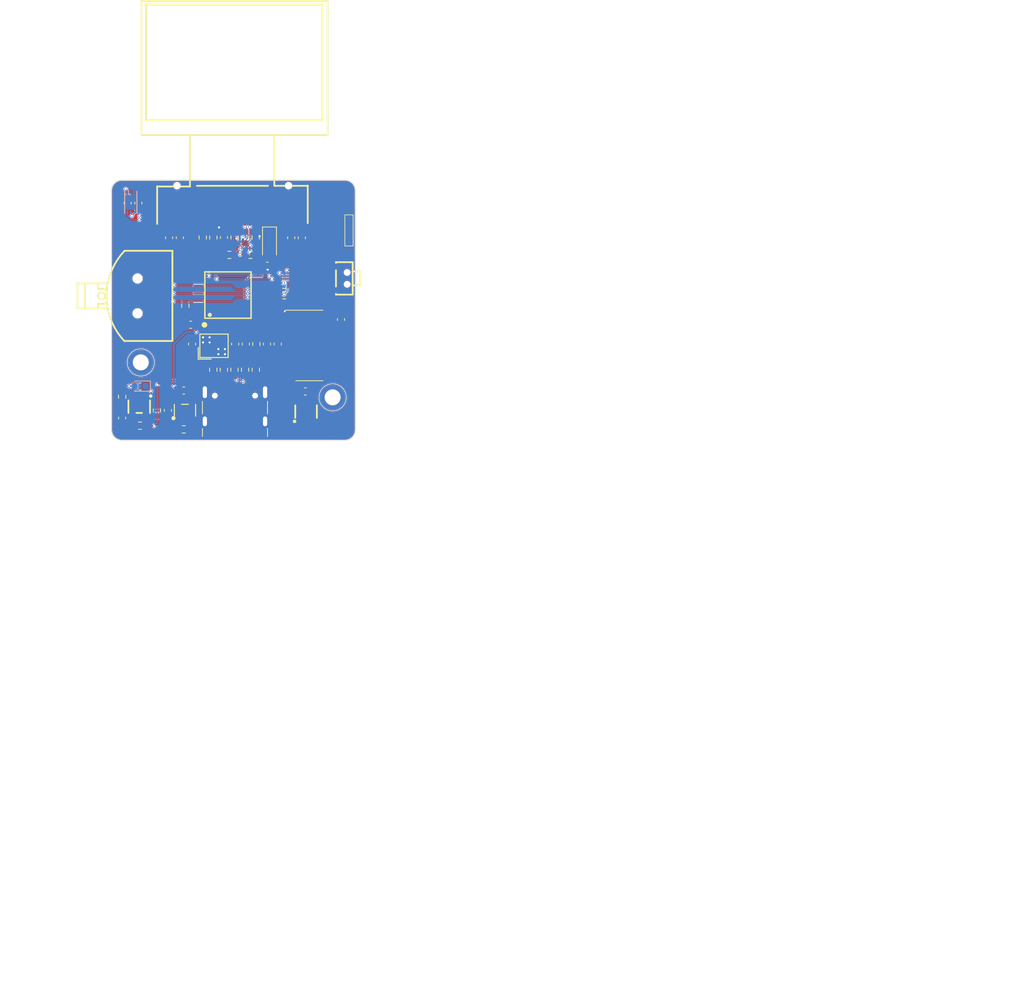
<source format=kicad_pcb>
(kicad_pcb (version 20221018) (generator pcbnew)
  (layers (0 "F.Cu" signal) (31 "B.Cu" signal) (34 "B.Paste" user) (35 "F.Paste" user) (36 "B.SilkS" user "B.Silkscreen") (37 "F.SilkS" user "F.Silkscreen") (38 "B.Mask" user) (39 "F.Mask" user) (44 "Edge.Cuts" user))
  (net 0 "")
  (net 1 "+5V")
  (net 5 "GND")
  (net 6 "+3.3V")
  (net 7 "Net-(U3-DVI)")
  (net 8 "Net-(OLED1-C2N)")
  (net 9 "Net-(OLED1-C2P)")
  (net 12 "Net-(U2-V3)")
  (net 13 "/UART3_TX")
  (net 18 "/SW_Enter")
  (net 19 "Net-(OLED1-C1N)")
  (net 20 "Net-(OLED1-C1P)")
  (net 21 "Net-(D1-A)")
  (net 22 "Net-(OLED1-VCOMH)")
  (net 23 "Net-(OLED1-VCC)")
  (net 24 "Net-(OLED1-BS0)")
  (net 32 "Net-(OLED1-BS1)")
  (net 35 "Net-(OLED1-D{slash}C#)")
  (net 42 "/OLED_SCL")
  (net 45 "/OLED_SDA")
  (net 46 "Net-(U1-BOOT)")
  (net 47 "/SW_Down")
  (net 48 "/SW_UP")
  (net 49 "Net-(U1-PF0-OSC_IN)")
  (net 50 "Net-(U1-PF1-OSC_OUT)")
  (net 51 "/NRST")
  (net 52 "/BH1750_SCL")
  (net 53 "/BH1750_SDA")
  (net 54 "/SWDIO")
  (net 55 "/SWCLK")
  (net 57 "Net-(U4-VCC)")
  (net 58 "+BATT")
  (net 59 "Net-(U5-KEY)")
  (net 60 "Net-(U4-PROG)")
  (net 61 "Net-(D2-K)")
  (net 62 "/BAT_EN")
  (net 66 "Net-(D2-A)")
  (net 67 "Net-(J1-CC1)")
  (net 68 "Net-(J1-D+-PadA6)")
  (net 69 "Net-(J1-D--PadA7)")
  (net 71 "Net-(J1-CC2)")
  (net 73 "/USB_DN")
  (net 74 "/USB_DP")
  (net 75 "/UART3_RX")
  (footprint "kicad_lceda:SW-SMD_TM-2022-3" (layer "F.Cu") (at 33.488 99.0175 90)
    (fp_text reference "SW1" hide)
    (fp_text value "TM-2022-3" hide)
  )
  (footprint "Resistor_SMD:R_0603_1608Metric" (layer "F.Cu") (at 44.44 109.605 90)
    (fp_text reference "R11" hide)
    (fp_text value "5K1" hide)
  )
  (footprint "Resistor_SMD:R_0603_1608Metric" (layer "F.Cu") (at 49.1 105.92 90)
    (fp_text reference "R16" hide)
    (fp_text value "1KR" hide)
  )
  (footprint "Resistor_SMD:R_0603_1608Metric" (layer "F.Cu") (at 32.41 117.64 180)
    (fp_text reference "R9" hide)
    (fp_text value "1R" hide)
  )
  (footprint "Capacitor_SMD:C_0603_1608Metric" (layer "F.Cu") (at 36.59 90.67 90)
    (fp_text reference "C7" hide)
    (fp_text value "1uF" hide)
  )
  (footprint "Resistor_SMD:R_0603_1608Metric" (layer "F.Cu") (at 45.225 93.13)
    (fp_text reference "R20" hide)
    (fp_text value "4K7" hide)
  )
  (footprint "Resistor_SMD:R_0603_1608Metric" (layer "F.Cu") (at 34.835 115.45 90)
    (fp_text reference "R7" hide)
    (fp_text value "1K6" hide)
  )
  (footprint "Capacitor_SMD:C_0603_1608Metric" (layer "F.Cu") (at 32.17 85.693 90)
    (fp_text reference "C5" hide)
    (fp_text value "0.1uF" hide)
  )
  (footprint "Capacitor_SMD:C_0603_1608Metric" (layer "F.Cu") (at 29.85 116.545 90)
    (fp_text reference "C15" hide)
    (fp_text value "1uF" hide)
  )
  (footprint "Resistor_SMD:R_0603_1608Metric" (layer "F.Cu") (at 45.97 90.63 90)
    (fp_text reference "R2" hide)
    (fp_text value "4K7" hide)
  )
  (footprint "Capacitor_SMD:C_0603_1608Metric" (layer "F.Cu") (at 52.16 105.92 90)
    (fp_text reference "C1" hide)
    (fp_text value "0.1uF" hide)
  )
  (footprint "Resistor_SMD:R_0603_1608Metric" (layer "F.Cu") (at 42.92 109.605 90)
    (fp_text reference "R15" hide)
    (fp_text value "1MR" hide)
  )
  (footprint "Capacitor_SMD:C_0603_1608Metric" (layer "F.Cu") (at 44.45 90.63 -90)
    (fp_text reference "C9" hide)
    (fp_text value "4.7uF" hide)
  )
  (footprint "Capacitor_SMD:C_0603_1608Metric" (layer "F.Cu") (at 30.63 85.693 90)
    (fp_text reference "C6" hide)
    (fp_text value "0.1uF" hide)
  )
  (footprint "kicad_lceda:SW-SMD_2X4X3.5MM" (layer "F.Cu") (at 62.12 96.5 -90)
    (fp_text reference "SW2" hide)
    (fp_text value "Power_KEY" hide)
  )
  (footprint "Resistor_SMD:R_0603_1608Metric" (layer "F.Cu") (at 41.41 90.63 90)
    (fp_text reference "R3" hide)
    (fp_text value "4K7" hide)
  )
  (footprint "Resistor_SMD:R_0603_1608Metric" (layer "F.Cu") (at 42.93 90.63 90)
    (fp_text reference "R4" hide)
    (fp_text value "4K7" hide)
  )
  (footprint "kicad_lceda:SOT-23-5_L3.0-W1.7-P0.95-LS2.8-BL" (layer "F.Cu") (at 38.86 115.41925)
    (fp_text reference "U6" hide)
    (fp_text value "RT9013-33GB" hide)
  )
  (footprint "Resistor_SMD:R_0603_1608Metric" (layer "F.Cu") (at 45.96 109.605 90)
    (fp_text reference "R14" hide)
    (fp_text value "22R" hide)
  )
  (footprint "Resistor_SMD:R_0603_1608Metric" (layer "F.Cu") (at 53.105 97.41 180)
    (fp_text reference "R18" hide)
    (fp_text value "4K7" hide)
  )
  (footprint "Capacitor_SMD:C_0603_1608Metric" (layer "F.Cu") (at 38.6855 112.6 180)
    (fp_text reference "C19" hide)
    (fp_text value "1uF" hide)
  )
  (footprint "kicad_lceda:LQFP-48_L7.0-W7.0-P0.50-LS9.0-BL" (layer "F.Cu") (at 45.04 98.905)
    (fp_text reference "U1" hide)
    (fp_text value "CW32F030C8T6" hide)
  )
  (footprint "Resistor_SMD:R_0603_1608Metric" (layer "F.Cu") (at 53.105 98.93 180)
    (fp_text reference "R17" hide)
    (fp_text value "4K7" hide)
  )
  (footprint "MountingHole:MountingHole_2.2mm_M2_DIN965_Pad_TopBottom" (layer "F.Cu") (at 32.52 108.56)
    (fp_text reference "REF**" hide)
    (fp_text value "MountingHole_2.2mm_M2_DIN965_Pad_TopBottom" hide)
  )
  (footprint "kicad_lceda:SOT-23-5_L3.0-W1.7-P0.95-LS2.8-BR" (layer "F.Cu") (at 32.296 114.91 90)
    (fp_text reference "U4" hide)
    (fp_text value "TP4055" hide)
  )
  (footprint "Capacitor_SMD:C_0603_1608Metric" (layer "F.Cu") (at 55.62 90.68 90)
    (fp_text reference "C11" hide)
    (fp_text value "2.2uF" hide)
  )
  (footprint "Package_SO:SOIC-16_3.9x9.9mm_P1.27mm" (layer "F.Cu") (at 56.705 106.125)
    (fp_text reference "U2" hide)
    (fp_text value "CH340C" hide)
  )
  (footprint "Capacitor_SMD:C_0603_1608Metric" (layer "F.Cu") (at 36.41 115.44 -90)
    (fp_text reference "C18" hide)
    (fp_text value "1uF" hide)
  )
  (footprint "Capacitor_SMD:C_0603_1608Metric" (layer "F.Cu") (at 39.685 103.15 180)
    (fp_text reference "C12" hide)
    (fp_text value "0.1uF" hide)
  )
  (footprint "kicad_lceda:PG-SOT23-6_L2.9-W1.6-P0.95-LS2.8-BR" (layer "F.Cu") (at 56.23 115.62 -90)
    (fp_text reference "U5" hide)
    (fp_text value "EC190707" hide)
  )
  (footprint "Userlib:OLED_0.96-30P-P0.70-12864" (layer "F.Cu") (at 45.7165 87.3725)
    (fp_text reference "OLED1" hide)
    (fp_text value "0.96_OLED" hide)
  )
  (footprint "Capacitor_SMD:C_0603_1608Metric" (layer "F.Cu") (at 56.116 112.73)
    (fp_text reference "C17" hide)
    (fp_text value "1uF" hide)
  )
  (footprint "Resistor_SMD:R_0603_1608Metric" (layer "F.Cu") (at 38.91 100.43 -90)
    (fp_text reference "R1" hide)
    (fp_text value "20R" hide)
  )
  (footprint "Resistor_SMD:R_0603_1608Metric" (layer "F.Cu") (at 47.49 90.63 90)
    (fp_text reference "R5" hide)
    (fp_text value "4K7" hide)
  )
  (footprint "Connector_USB:USB_C_Receptacle_GCT_USB4105-xx-A_16P_TopMnt_Horizontal" (layer "F.Cu") (at 46.03 115.94)
    (fp_text reference "J1" hide)
    (fp_text value "USB_C_Receptacle" hide)
  )
  (footprint "Resistor_SMD:R_0603_1608Metric" (layer "F.Cu") (at 29.85 113.49 90)
    (fp_text reference "R8" hide)
    (fp_text value "1K" hide)
  )
  (footprint "Resistor_SMD:R_0603_1608Metric" (layer "F.Cu") (at 49.02 109.605 90)
    (fp_text reference "R12" hide)
    (fp_text value "5K1" hide)
  )
  (footprint "Resistor_SMD:R_0603_1608Metric" (layer "F.Cu") (at 49.01 90.63 90)
    (fp_text reference "R6" hide)
    (fp_text value "4K7" hide)
  )
  (footprint "Resistor_SMD:R_0603_1608Metric" (layer "F.Cu") (at 38.6855 118.17)
    (fp_text reference "R10" hide)
    (fp_text value "100K" hide)
  )
  (footprint "Diode_SMD:D_SOD-123" (layer "F.Cu") (at 50.98 91.49 -90)
    (fp_text reference "D1" hide)
    (fp_text value "1N4148W" hide)
  )
  (footprint "Capacitor_SMD:C_0603_1608Metric" (layer "F.Cu") (at 39.88 105.925 -90)
    (fp_text reference "C4" hide)
    (fp_text value "2.2pF" hide)
  )
  (footprint "Userlib:SWD_Port" (layer "F.Cu") (at 62.89 89.65 90)
    (fp_text reference "J2" hide)
    (fp_text value "Conn_01x04_Pin" hide)
  )
  (footprint "Capacitor_SMD:C_0603_1608Metric" (layer "F.Cu") (at 46.06 105.925 -90)
    (fp_text reference "C3" hide)
    (fp_text value "2.2pF" hide)
  )
  (footprint "Capacitor_SMD:C_0603_1608Metric" (layer "F.Cu") (at 54.1 90.68 90)
    (fp_text reference "C10" hide)
    (fp_text value "4.7uF" hide)
  )
  (footprint "Capacitor_SMD:C_0603_1608Metric" (layer "F.Cu") (at 32.41 112.02 180)
    (fp_text reference "C16" hide)
    (fp_text value "10uF" hide)
  )
  (footprint "Capacitor_SMD:C_0603_1608Metric" (layer "F.Cu") (at 47.58 105.92 -90)
    (fp_text reference "C20" hide)
    (fp_text value "10uF" hide)
  )
  (footprint "Capacitor_SMD:C_0603_1608Metric" (layer "F.Cu") (at 38.12 90.665 90)
    (fp_text reference "C8" hide)
    (fp_text value "1uF" hide)
  )
  (footprint "Resistor_SMD:R_0603_1608Metric" (layer "F.Cu") (at 48.255 93.12 180)
    (fp_text reference "R19" hide)
    (fp_text value "4K7" hide)
  )
  (footprint "Capacitor_SMD:C_0603_1608Metric" (layer "F.Cu") (at 61.24 102.4 90)
    (fp_text reference "C2" hide)
    (fp_text value "0.1uF" hide)
  )
  (footprint "Resistor_SMD:R_0603_1608Metric" (layer "F.Cu") (at 47.48 109.605 90)
    (fp_text reference "R13" hide)
    (fp_text value "22R" hide)
  )
  (footprint "Capacitor_SMD:C_0603_1608Metric" (layer "F.Cu") (at 50.62 105.92 -90)
    (fp_text reference "C14" hide)
    (fp_text value "0.1uF" hide)
  )
  (footprint "Capacitor_SMD:C_0603_1608Metric" (layer "F.Cu") (at 50.68 94.69)
    (fp_text reference "C13" hide)
    (fp_text value "0.1uF" hide)
  )
  (footprint "kicad_lceda:CRYSTAL-SMD_4P-L3.2-W2.5-BL" (layer "F.Cu") (at 43.024 106.175)
    (fp_text reference "X1" hide)
    (fp_text value "12MHz" hide)
  )
  (footprint "MountingHole:MountingHole_2.2mm_M2_DIN965_Pad_TopBottom" (layer "F.Cu") (at 60.04 113.57)
    (fp_text reference "REF**" hide)
    (fp_text value "MountingHole_2.2mm_M2_DIN965_Pad_TopBottom" hide)
  )
  (footprint "LED_SMD:LED_0603_1608Metric" (layer "B.Cu") (at 32.4175 111.96 180)
    (fp_text reference "D2" hide)
    (fp_text value "LED" hide)
  )
  (footprint "kicad_lceda:WSOF-6_L2.6-W1.6-P0.50-TL-EP" (layer "B.Cu") (at 31.09 85.583 -90)
    (fp_text reference "U3" hide)
    (fp_text value "BH1750FVI-TR" hide)
  )
  (gr_line (start 61.781974 82.399396) (end 29.768478 82.402203) (stroke (width 0.1)) (layer "Edge.Cuts"))
  (gr_line (start 29.838026 119.730604) (end 61.851522 119.727797) (stroke (width 0.1)) (layer "Edge.Cuts"))
  (gr_arc (start 29.838026 119.730604) (mid 28.78 119.32) (end 28.322203 118.281522) (stroke (width 0.1)) (layer "Edge.Cuts"))
  (gr_circle (center 32.520536 108.55) (end 33.260536 107.71) (stroke (width 0.1)) (fill none) (layer "Edge.Cuts"))
  (gr_arc (start 28.319396 83.918026) (mid 28.73 82.86) (end 29.768478 82.402203) (stroke (width 0.1)) (layer "Edge.Cuts"))
  (gr_line (start 63.300604 118.211974) (end 63.297797 83.848478) (stroke (width 0.1)) (layer "Edge.Cuts"))
  (gr_arc (start 61.781974 82.399396) (mid 62.84 82.81) (end 63.297797 83.848478) (stroke (width 0.1)) (layer "Edge.Cuts"))
  (gr_circle (center 60.040536 113.57) (end 60.780536 112.73) (stroke (width 0.1)) (fill none) (layer "Edge.Cuts"))
  (gr_line (start 28.319396 83.918026) (end 28.322203 118.281522) (stroke (width 0.1)) (layer "Edge.Cuts"))
  (gr_arc (start 63.300604 118.211974) (mid 62.89 119.27) (end 61.851522 119.727797) (stroke (width 0.1)) (layer "Edge.Cuts"))
  (segment (start 33.265 117.67) (end 33.235 117.64) (width 0.3) (layer "F.Cu") (net 1))
  (segment (start 55.341 112.73) (end 52.89 112.73) (width 0.3) (layer "F.Cu") (net 1))
  (segment (start 48.96 111.19) (end 48.43 111.72) (width 0.3) (layer "F.Cu") (net 1))
  (segment (start 43.63 113.011827) (end 44.528173 113.91) (width 0.3) (layer "F.Cu") (net 1))
  (segment (start 34.42 117.67) (end 33.265 117.67) (width 0.3) (layer "F.Cu") (net 1))
  (segment (start 43.63 112.26) (end 43.63 111.76) (width 0.3) (layer "F.Cu") (net 1))
  (segment (start 47.531827 113.91) (end 48.43 113.011827) (width 0.3) (layer "F.Cu") (net 1))
  (segment (start 56.23 113.619) (end 55.341 112.73) (width 0.3) (layer "F.Cu") (net 1))
  (segment (start 35.49 111.16) (end 34.91 111.74) (width 0.3) (layer "F.Cu") (net 1))
  (segment (start 34.91 111.74) (end 34.91 111.75) (width 0.3) (layer "F.Cu") (net 1))
  (segment (start 56.23 114.22) (end 56.23 113.619) (width 0.3) (layer "F.Cu") (net 1))
  (segment (start 43.63 112.26) (end 43.63 113.011827) (width 0.3) (layer "F.Cu") (net 1))
  (segment (start 48.43 113.011827) (end 48.43 112.26) (width 0.3) (layer "F.Cu") (net 1))
  (segment (start 43.03 111.16) (end 35.49 111.16) (width 0.3) (layer "F.Cu") (net 1))
  (segment (start 34.91 111.75) (end 34.89 111.77) (width 0.3) (layer "F.Cu") (net 1))
  (segment (start 48.43 111.72) (end 48.43 112.26) (width 0.3) (layer "F.Cu") (net 1))
  (segment (start 52.89 112.73) (end 51.35 111.19) (width 0.3) (layer "F.Cu") (net 1))
  (segment (start 51.35 111.19) (end 48.96 111.19) (width 0.3) (layer "F.Cu") (net 1))
  (segment (start 43.63 111.76) (end 43.03 111.16) (width 0.3) (layer "F.Cu") (net 1))
  (segment (start 44.528173 113.91) (end 47.531827 113.91) (width 0.3) (layer "F.Cu") (net 1))
  (via (at 34.42 117.67) (size 0.45) (drill 0.3) (layers "F.Cu" "B.Cu") (net 1))
  (via (at 34.89 111.77) (size 0.45) (drill 0.3) (layers "F.Cu" "B.Cu") (net 1))
  (segment (start 34.89 111.77) (end 34.89 117.2) (width 0.3) (layer "B.Cu") (net 1))
  (segment (start 34.89 117.2) (end 34.42 117.67) (width 0.3) (layer "B.Cu") (net 1))
  (segment (start 49.1995 85.53) (end 49.5665 85.897) (width 0.3) (layer "F.Cu") (net 5))
  (segment (start 47.1335 85.53) (end 49.1995 85.53) (width 0.3) (layer "F.Cu") (net 5))
  (segment (start 36.0135 85.45) (end 39.3195 85.45) (width 0.3) (layer "F.Cu") (net 5))
  (segment (start 45.56 85.46) (end 46.0665 85.9665) (width 0.3) (layer "F.Cu") (net 5))
  (segment (start 44.124 107.025) (end 45.735 107.025) (width 0.15) (layer "F.Cu") (net 5))
  (segment (start 55.1665 87.3745) (end 55.8665 87.3745) (width 0.3) (layer "F.Cu") (net 5))
  (segment (start 32.17 84.918) (end 30.63 86.458) (width 0.15) (layer "F.Cu") (net 5))
  (segment (start 46.7665 87.3725) (end 46.7665 85.897) (width 0.3) (layer "F.Cu") (net 5))
  (segment (start 52.16 106.695) (end 50.62 106.695) (width 0.15) (layer "F.Cu") (net 5))
  (segment (start 40.4665 87.3725) (end 40.4665 85.897) (width 0.3) (layer "F.Cu") (net 5))
  (segment (start 49.5665 87.3725) (end 49.5665 89.2485) (width 0.3) (layer "F.Cu") (net 5))
  (segment (start 49.775 112.26) (end 50.35 112.835) (width 0.3) (layer "F.Cu") (net 5))
  (segment (start 54.1 91.455) (end 55.62 91.455) (width 0.3) (layer "F.Cu") (net 5))
  (segment (start 35.5665 85.897) (end 36.0135 85.45) (width 0.3) (layer "F.Cu") (net 5))
  (segment (start 39.7665 87.3725) (end 40.4665 87.3725) (width 0.3) (layer "F.Cu") (net 5))
  (segment (start 42.8195 85.45) (end 43.2665 85.897) (width 0.3) (layer "F.Cu") (net 5))
  (segment (start 39.3195 85.45) (end 39.7665 85.897) (width 0.3) (layer "F.Cu") (net 5))
  (segment (start 42.06 92.105) (end 41.41 91.455) (width 0.3) (layer "F.Cu") (net 5))
  (segment (start 44.45 91.405) (end 43.75 92.105) (width 0.3) (layer "F.Cu") (net 5))
  (segment (start 43.9665 88.9635) (end 43.74 89.19) (width 0.3) (layer "F.Cu") (net 5))
  (segment (start 43.9665 87.3725) (end 43.2665 87.3725) (width 0.3) (layer "F.Cu") (net 5))
  (segment (start 49.5665 87.3725) (end 53.0665 87.3725) (width 0.3) (layer "F.Cu") (net 5))
  (segment (start 40.9135 85.45) (end 42.8195 85.45) (width 0.3) (layer "F.Cu") (net 5))
  (segment (start 30.63 86.458) (end 30.63 86.468) (width 0.15) (layer "F.Cu") (net 5))
  (segment (start 43.69 85.46) (end 45.56 85.46) (width 0.3) (layer "F.Cu") (net 5))
  (segment (start 41.924 105.325) (end 40.055 105.325) (width 0.15) (layer "F.Cu") (net 5))
  (segment (start 49.23 112.26) (end 49.775 112.26) (width 0.3) (layer "F.Cu") (net 5))
  (segment (start 47.575 106.7) (end 47.58 106.695) (width 0.15) (layer "F.Cu") (net 5))
  (segment (start 43.2665 87.3725) (end 43.2665 85.8835) (width 0.3) (layer "F.Cu") (net 5))
  (segment (start 46.7665 87.3725) (end 46.0665 87.3725) (width 0.3) (layer "F.Cu") (net 5))
  (segment (start 46.06 106.7) (end 47.575 106.7) (width 0.15) (layer "F.Cu") (net 5))
  (segment (start 55.1665 85.898) (end 54.7885 85.52) (width 0.3) (layer "F.Cu") (net 5))
  (segment (start 54.7885 85.52) (end 49.9435 85.52) (width 0.3) (layer "F.Cu") (net 5))
  (segment (start 45.735 107.025) (end 46.06 106.7) (width 0.15) (layer "F.Cu") (net 5))
  (segment (start 42.83 112.26) (end 42.285 112.26) (width 0.3) (layer "F.Cu") (net 5))
  (segment (start 46.7665 85.897) (end 47.1335 85.53) (width 0.3) (layer "F.Cu") (net 5))
  (segment (start 42.285 112.26) (end 41.71 112.835) (width 0.3) (layer "F.Cu") (net 5))
  (segment (start 49.01 89.89) (end 49.56 90.44) (width 0.3) (layer "F.Cu") (net 5))
  (segment (start 49.01 89.805) (end 49.01 89.89) (width 0.3) (layer "F.Cu") (net 5))
  (segment (start 35.5665 87.3705) (end 35.5665 85.897) (width 0.3) (layer "F.Cu") (net 5))
  (segment (start 43.2665 85.897) (end 43.2665 87.3725) (width 0.3) (layer "F.Cu") (net 5))
  (segment (start 46.0665 85.9665) (end 46.0665 87.3725) (width 0.3) (layer "F.Cu") (net 5))
  (segment (start 49.5665 89.2485) (end 49.01 89.805) (width 0.3) (layer "F.Cu") (net 5))
  (segment (start 43.2665 85.8835) (end 43.69 85.46) (width 0.3) (layer "F.Cu") (net 5))
  (segment (start 40.4665 85.897) (end 40.9135 85.45) (width 0.3) (layer "F.Cu") (net 5))
  (segment (start 39.7665 85.897) (end 39.7665 87.3725) (width 0.3) (layer "F.Cu") (net 5))
  (segment (start 49.9435 85.52) (end 49.5665 85.897) (width 0.3) (layer "F.Cu") (net 5))
  (segment (start 55.1665 87.3745) (end 55.1665 85.898) (width 0.3) (layer "F.Cu") (net 5))
  (segment (start 49.5665 85.897) (end 49.5665 87.3725) (width 0.3) (layer "F.Cu") (net 5))
  (segment (start 43.75 92.105) (end 42.06 92.105) (width 0.3) (layer "F.Cu") (net 5))
  (segment (start 40.055 105.325) (end 39.88 105.15) (width 0.15) (layer "F.Cu") (net 5))
  (segment (start 43.9665 87.3725) (end 43.9665 88.9635) (width 0.3) (layer "F.Cu") (net 5))
  (via (at 49.56 90.44) (size 0.45) (drill 0.3) (layers "F.Cu" "B.Cu") (net 5))
  (via (at 44.59 106.65) (size 0.45) (drill 0.3) (layers "F.Cu" "B.Cu") (net 5))
  (via (at 42.39 105.69) (size 0.45) (drill 0.3) (layers "F.Cu" "B.Cu") (net 5))
  (via (at 44.59 107.38) (size 0.45) (drill 0.3) (layers "F.Cu" "B.Cu") (net 5))
  (via (at 41.45 105.69) (size 0.45) (drill 0.3) (layers "F.Cu" "B.Cu") (net 5))
  (via (at 53.17 101.23) (size 0.45) (drill 0.25) (layers "F.Cu" "B.Cu") (net 5))
  (via (at 42.39 104.96) (size 0.45) (drill 0.3) (layers "F.Cu" "B.Cu") (net 5))
  (via (at 50.75 95.27) (size 0.45) (drill 0.25) (layers "F.Cu" "B.Cu") (net 5))
  (via (at 43.74 89.19) (size 0.45) (drill 0.3) (layers "F.Cu" "B.Cu") (net 5))
  (via (at 41.45 104.96) (size 0.45) (drill 0.3) (layers "F.Cu" "B.Cu") (net 5))
  (via (at 43.65 106.65) (size 0.45) (drill 0.3) (layers "F.Cu" "B.Cu") (net 5))
  (via (at 43.65 107.38) (size 0.45) (drill 0.3) (layers "F.Cu" "B.Cu") (net 5))
  (segment (start 39.5 92.28) (end 30.56 92.28) (width 0.3) (layer "F.Cu") (net 6))
  (segment (start 49.1 105.095) (end 50.57 105.095) (width 0.15) (layer "F.Cu") (net 6))
  (segment (start 46.04 102.23) (end 46.29 102.48) (width 0.15) (layer "F.Cu") (net 6))
  (segment (start 51.94 93.58) (end 51.62 93.9) (width 0.3) (layer "F.Cu") (net 6))
  (segment (start 40.46 104.18) (end 40.46 103.15) (width 0.3) (layer "F.Cu") (net 6))
  (segment (start 42.93 91.455) (end 43.68 90.705) (width 0.3) (layer "F.Cu") (net 6))
  (segment (start 59.18 101.68) (end 56.68 101.68) (width 0.3) (layer "F.Cu") (net 6))
  (segment (start 47.8155 91.7805) (end 47.49 91.455) (width 0.3) (layer "F.Cu") (net 6))
  (segment (start 48.255 96.155) (end 49.29 96.155) (width 0.15) (layer "F.Cu") (net 6))
  (segment (start 39.0665 87.3725) (end 39.0665 88.848) (width 0.3) (layer "F.Cu") (net 6))
  (segment (start 49.905 94.69) (end 49.29 95.305) (width 0.15) (layer "F.Cu") (net 6))
  (segment (start 37.9105 114.26475) (end 37.91 114.26525) (width 0.3) (layer "F.Cu") (net 6))
  (segment (start 39.5685 89.35) (end 40.6645 89.35) (width 0.3) (layer "F.Cu") (net 6))
  (segment (start 42.6 102.23) (end 46.04 102.23) (width 0.15) (layer "F.Cu") (net 6))
  (segment (start 53.93 97.41) (end 55.2 97.41) (width 0.3) (layer "F.Cu") (net 6))
  (segment (start 50.57 105.095) (end 50.62 105.145) (width 0.15) (layer "F.Cu") (net 6))
  (segment (start 42.29 103.155) (end 42.29 102.54) (width 0.15) (layer "F.Cu") (net 6))
  (segment (start 55.2 97.41) (end 61.32 91.29) (width 0.3) (layer "F.Cu") (net 6))
  (segment (start 61.32 91.29) (end 62.39 91.29) (width 0.3) (layer "F.Cu") (net 6))
  (segment (start 46.821594 104.24) (end 46.29 103.708406) (width 0.15) (layer "F.Cu") (net 6))
  (segment (start 39.0665 88.848) (end 39.5685 89.35) (width 0.3) (layer "F.Cu") (net 6))
  (segment (start 56.68 101.68) (end 56.68 103.72) (width 0.3) (layer "F.Cu") (net 6))
  (segment (start 37.9105 112.6) (end 37.9105 114.26475) (width 0.3) (layer "F.Cu") (net 6))
  (segment (start 40.79 102.82) (end 40.79 101.655) (width 0.15) (layer "F.Cu") (net 6))
  (segment (start 40.465 103.155) (end 42.29 103.155) (width 0.15) (layer "F.Cu") (net 6))
  (segment (start 40.16 90.63) (end 40.16 91.62) (width 0.3) (layer "F.Cu") (net 6))
  (segment (start 50.695 93.9) (end 49.905 94.69) (width 0.3) (layer "F.Cu") (net 6))
  (segment (start 30.63 83.96) (end 30.35 83.68) (width 0.15) (layer "F.Cu") (net 6))
  (segment (start 45.97 91.455) (end 45.97 91.56) (width 0.3) (layer "F.Cu") (net 6))
  (segment (start 55.58 104.82) (end 53.14 104.82) (width 0.3) (layer "F.Cu") (net 6))
  (segment (start 48.226247 91.7805) (end 47.8155 91.7805) (width 0.3) (layer "F.Cu") (net 6))
  (segment (start 59.235 101.625) (end 59.18 101.68) (width 0.3) (layer "F.Cu") (net 6))
  (segment (start 49.08 93.865) (end 49.905 94.69) (width 0.3) (layer "F.Cu") (net 6))
  (segment (start 30.56 92.28) (end 29.25 90.97) (width 0.3) (layer "F.Cu") (net 6))
  (segment (start 50.98 89.84) (end 51.94 90.8) (width 0.3) (layer "F.Cu") (net 6))
  (segment (start 45.97 91.04) (end 46.23 90.78) (width 0.3) (layer "F.Cu") (net 6))
  (segment (start 40.6645 89.35) (end 41.1665 88.848) (width 0.3) (layer "F.Cu") (net 6))
  (segment (start 53.93 98.93) (end 53.93 97.41) (width 0.3) (layer "F.Cu") (net 6))
  (segment (start 49.08 93.12) (end 49.08 93.865) (width 0.3) (layer "F.Cu") (net 6))
  (segment (start 56.68 103.72) (end 55.58 104.82) (width 0.3) (layer "F.Cu") (net 6))
  (segment (start 51.62 93.9) (end 50.695 93.9) (width 0.3) (layer "F.Cu") (net 6))
  (segment (start 46.29 103.708406) (end 46.29 103.155) (width 0.15) (layer "F.Cu") (net 6))
  (segment (start 37.9105 112.6) (end 37.9105 112.5905) (width 0.3) (layer "F.Cu") (net 6))
  (segment (start 51.94 90.8) (end 51.94 93.58) (width 0.3) (layer "F.Cu") (net 6))
  (segment (start 29.25 90.97) (end 29.25 85.54) (width 0.3) (layer "F.Cu") (net 6))
  (segment (start 47.44 100.83) (end 47.44 96.96) (width 0.15) (layer "F.Cu") (net 6))
  (segment (start 61.24 101.625) (end 59.235 101.625) (width 0.3) (layer "F.Cu") (net 6))
  (segment (start 40.16 91.62) (end 39.5 92.28) (width 0.3) (layer "F.Cu") (net 6))
  (segment (start 48.25 96.15) (end 48.255 96.155) (width 0.15) (layer "F.Cu") (net 6))
  (segment (start 46.155 90.705) (end 46.23 90.78) (width 0.3) (layer "F.Cu") (net 6))
  (segment (start 39.5685 90.0385) (end 40.16 90.63) (width 0.3) (layer "F.Cu") (net 6))
  (segment (start 30.63 84.918) (end 30.63 83.96) (width 0.15) (layer "F.Cu") (net 6))
  (segment (start 51.405 104.36) (end 50.62 105.145) (width 0.3) (layer "F.Cu") (net 6))
  (segment (start 50.62 105.145) (end 49.715 104.24) (width 0.15) (layer "F.Cu") (net 6))
  (segment (start 42.105 90.63) (end 42.93 91.455) (width 0.3) (layer "F.Cu") (net 6))
  (segment (start 48.54 93.12) (end 48.16 92.74) (width 0.3) (layer "F.Cu") (net 6))
  (segment (start 49.08 93.12) (end 48.54 93.12) (width 0.3) (layer "F.Cu") (net 6))
  (segment (start 40.46 103.15) (end 40.465 103.155) (width 0.15) (layer "F.Cu") (net 6))
  (segment (start 42.29 102.54) (end 42.6 102.23) (width 0.15) (layer "F.Cu") (net 6))
  (segment (start 39.5685 89.35) (end 39.5685 90.0385) (width 0.3) (layer "F.Cu") (net 6))
  (segment (start 41.1665 88.848) (end 41.1665 87.3725) (width 0.3) (layer "F.Cu") (net 6))
  (segment (start 47.17 90.62) (end 47.17 91.135) (width 0.3) (layer "F.Cu") (net 6))
  (segment (start 56.68 101.68) (end 53.93 98.93) (width 0.3) (layer "F.Cu") (net 6))
  (segment (start 45.97 91.455) (end 45.97 91.04) (width 0.3) (layer "F.Cu") (net 6))
  (segment (start 49.29 95.305) (end 49.29 96.155) (width 0.15) (layer "F.Cu") (net 6))
  (segment (start 29.872 84.918) (end 30.63 84.918) (width 0.3) (layer "F.Cu") (net 6))
  (segment (start 52.68 104.36) (end 51.405 104.36) (width 0.3) (layer "F.Cu") (net 6))
  (segment (start 37.9105 112.5905) (end 37.27 111.95) (width 0.3) (layer "F.Cu") (net 6))
  (segment (start 47.17 91.135) (end 47.49 91.455) (width 0.3) (layer "F.Cu") (net 6))
  (segment (start 45.97 91.56) (end 44.4 93.13) (width 0.3) (layer "F.Cu") (net 6))
  (segment (start 29.25 85.54) (end 29.872 84.918) (width 0.3) (layer "F.Cu") (net 6))
  (segment (start 47.44 96.96) (end 48.25 96.15) (width 0.15) (layer "F.Cu") (net 6))
  (segment (start 53.14 104.82) (end 52.68 104.36) (width 0.3) (layer "F.Cu") (net 6))
  (segment (start 40.16 90.63) (end 42.105 90.63) (width 0.3) (layer "F.Cu") (net 6))
  (segment (start 46.29 102.48) (end 46.29 103.155) (width 0.15) (layer "F.Cu") (net 6))
  (segment (start 43.68 90.705) (end 46.155 90.705) (width 0.3) (layer "F.Cu") (net 6))
  (segment (start 40.46 103.15) (end 40.79 102.82) (width 0.15) (layer "F.Cu") (net 6))
  (segment (start 49.715 104.24) (end 46.821594 104.24) (width 0.15) (layer "F.Cu") (net 6))
  (segment (start 46.04 102.23) (end 47.44 100.83) (width 0.15) (layer "F.Cu") (net 6))
  (via (at 48.226247 91.7805) (size 0.45) (drill 0.3) (layers "F.Cu" "B.Cu") (net 6))
  (via (at 30.35 83.68) (size 0.45) (drill 0.3) (layers "F.Cu" "B.Cu") (net 6))
  (via (at 46.23 90.78) (size 0.45) (drill 0.3) (layers "F.Cu" "B.Cu") (net 6))
  (via (at 47.17 90.62) (size 0.45) (drill 0.3) (layers "F.Cu" "B.Cu") (net 6))
  (via (at 48.16 92.74) (size 0.45) (drill 0.3) (layers "F.Cu" "B.Cu") (net 6))
  (via (at 40.46 104.18) (size 0.45) (drill 0.25) (layers "F.Cu" "B.Cu") (net 6))
  (via (at 37.27 111.95) (size 0.45) (drill 0.25) (layers "F.Cu" "B.Cu") (net 6))
  (segment (start 46.23 90.78) (end 47.01 90.78) (width 0.3) (layer "B.Cu") (net 6))
  (segment (start 47.01 90.78) (end 47.17 90.62) (width 0.3) (layer "B.Cu") (net 6))
  (segment (start 37.27 111.95) (end 37.27 105.92) (width 0.3) (layer "B.Cu") (net 6))
  (segment (start 48.16 91.846747) (end 48.226247 91.7805) (width 0.3) (layer "B.Cu") (net 6))
  (segment (start 30.35 83.916) (end 30.59 84.156) (width 0.15) (layer "B.Cu") (net 6))
  (segment (start 48.16 92.74) (end 48.16 91.846747) (width 0.3) (layer "B.Cu") (net 6))
  (segment (start 40.43 104.21) (end 40.46 104.18) (width 0.3) (layer "B.Cu") (net 6))
  (segment (start 37.27 105.92) (end 38.98 104.21) (width 0.3) (layer "B.Cu") (net 6))
  (segment (start 30.35 83.68) (end 30.35 83.916) (width 0.15) (layer "B.Cu") (net 6))
  (segment (start 38.98 104.21) (end 40.43 104.21) (width 0.3) (layer "B.Cu") (net 6))
  (segment (start 32.17 86.468) (end 32.17 86.590939) (width 0.15) (layer "F.Cu") (net 7))
  (segment (start 32.17 86.590939) (end 31.246044 87.514895) (width 0.15) (layer "F.Cu") (net 7))
  (via (at 31.246044 87.514895) (size 0.45) (drill 0.3) (layers "F.Cu" "B.Cu") (net 7))
  (segment (start 31.246044 87.514895) (end 31.246044 87.166044) (width 0.15) (layer "B.Cu") (net 7))
  (segment (start 31.246044 87.166044) (end 31.09 87.01) (width 0.15) (layer "B.Cu") (net 7))
  (segment (start 37.28 90.755) (end 36.59 91.445) (width 0.15) (layer "F.Cu") (net 8))
  (segment (start 36.9665 87.3725) (end 36.9665 88.8865) (width 0.15) (layer "F.Cu") (net 8))
  (segment (start 37.28 89.2) (end 37.28 90.755) (width 0.15) (layer "F.Cu") (net 8))
  (segment (start 36.9665 88.8865) (end 37.28 89.2) (width 0.15) (layer "F.Cu") (net 8))
  (segment (start 36.2665 89.5715) (end 36.2665 87.3725) (width 0.15) (layer "F.Cu") (net 9))
  (segment (start 36.59 89.895) (end 36.2665 89.5715) (width 0.15) (layer "F.Cu") (net 9))
  (segment (start 52.505 105.49) (end 52.16 105.145) (width 0.15) (layer "F.Cu") (net 12))
  (segment (start 54.23 105.49) (end 52.505 105.49) (width 0.15) (layer "F.Cu") (net 12))
  (segment (start 54.23 104.22) (end 54 103.99) (width 0.15) (layer "F.Cu") (net 13))
  (segment (start 48 103.99) (end 47.79 103.78) (width 0.15) (layer "F.Cu") (net 13))
  (segment (start 54 103.99) (end 48 103.99) (width 0.15) (layer "F.Cu") (net 13))
  (segment (start 47.79 103.78) (end 47.79 103.155) (width 0.15) (layer "F.Cu") (net 13))
  (segment (start 37.25 98.66) (end 36.2705 98.66) (width 0.15) (layer "F.Cu") (net 18))
  (segment (start 36.2705 98.66) (end 35.913 99.0175) (width 0.15) (layer "F.Cu") (net 18))
  (segment (start 49.29 98.655) (end 47.865 98.655) (width 0.15) (layer "F.Cu") (net 18))
  (segment (start 47.865 98.655) (end 47.86 98.66) (width 0.15) (layer "F.Cu") (net 18))
  (via (at 37.25 98.66) (size 0.45) (drill 0.25) (layers "F.Cu" "B.Cu") (net 18))
  (via (at 47.86 98.66) (size 0.45) (drill 0.25) (layers "F.Cu" "B.Cu") (net 18))
  (segment (start 37.25 98.66) (end 47.86 98.66) (width 0.15) (layer "B.Cu") (net 18))
  (segment (start 38.3665 87.3725) (end 38.3665 88.697) (width 0.15) (layer "F.Cu") (net 19))
  (segment (start 38.3665 88.697) (end 38.77 89.1005) (width 0.15) (layer "F.Cu") (net 19))
  (segment (start 38.77 89.1005) (end 38.77 90.79) (width 0.15) (layer "F.Cu") (net 19))
  (segment (start 38.77 90.79) (end 38.12 91.44) (width 0.15) (layer "F.Cu") (net 19))
  (segment (start 37.6665 87.3725) (end 37.6665 89.4365) (width 0.15) (layer "F.Cu") (net 20))
  (segment (start 37.6665 89.4365) (end 38.12 89.89) (width 0.15) (layer "F.Cu") (net 20))
  (segment (start 45.97 89.805) (end 44.5 89.805) (width 0.15) (layer "F.Cu") (net 21))
  (segment (start 46.71 90.545) (end 45.97 89.805) (width 0.15) (layer "F.Cu") (net 21))
  (segment (start 50.98 93.14) (end 50.02 92.18) (width 0.15) (layer "F.Cu") (net 21))
  (segment (start 47.20967 92.18) (end 46.71 91.68033) (width 0.15) (layer "F.Cu") (net 21))
  (segment (start 50.02 92.18) (end 47.20967 92.18) (width 0.15) (layer "F.Cu") (net 21))
  (segment (start 46.71 91.68033) (end 46.71 90.545) (width 0.15) (layer "F.Cu") (net 21))
  (segment (start 44.6665 89.6385) (end 44.45 89.855) (width 0.15) (layer "F.Cu") (net 21))
  (segment (start 44.6665 87.3725) (end 44.6665 89.6385) (width 0.15) (layer "F.Cu") (net 21))
  (segment (start 44.5 89.805) (end 44.45 89.855) (width 0.15) (layer "F.Cu") (net 21))
  (segment (start 53.7665 89.5715) (end 53.7665 87.3725) (width 0.15) (layer "F.Cu") (net 22))
  (segment (start 54.1 89.905) (end 53.7665 89.5715) (width 0.15) (layer "F.Cu") (net 22))
  (segment (start 54.4665 88.7515) (end 54.4665 87.3735) (width 0.15) (layer "F.Cu") (net 23))
  (segment (start 55.62 89.905) (end 54.4665 88.7515) (width 0.15) (layer "F.Cu") (net 23))
  (segment (start 41.8665 87.3725) (end 41.8665 89.3485) (width 0.15) (layer "F.Cu") (net 24))
  (segment (start 41.8665 89.3485) (end 41.41 89.805) (width 0.15) (layer "F.Cu") (net 24))
  (segment (start 42.5665 87.3725) (end 42.5665 89.4415) (width 0.15) (layer "F.Cu") (net 32))
  (segment (start 42.5665 89.4415) (end 42.93 89.805) (width 0.15) (layer "F.Cu") (net 32))
  (segment (start 45.8895 89.22) (end 46.905 89.22) (width 0.15) (layer "F.Cu") (net 35))
  (segment (start 46.905 89.22) (end 47.49 89.805) (width 0.15) (layer "F.Cu") (net 35))
  (segment (start 45.3665 87.3725) (end 45.3665 88.697) (width 0.15) (layer "F.Cu") (net 35))
  (segment (start 45.3665 88.697) (end 45.8895 89.22) (width 0.15) (layer "F.Cu") (net 35))
  (segment (start 49.01 91.325) (end 47.49 89.805) (width 0.15) (layer "F.Cu") (net 35))
  (segment (start 49.01 91.455) (end 49.01 91.325) (width 0.15) (layer "F.Cu") (net 35))
  (segment (start 47.43 93.12) (end 47.29 93.26) (width 0.15) (layer "F.Cu") (net 42))
  (segment (start 47.49 89.0805) (end 47.4665 89.057) (width 0.15) (layer "F.Cu") (net 42))
  (segment (start 47.37 93.06) (end 47.43 93.12) (width 0.15) (layer "F.Cu") (net 42))
  (segment (start 47.29 93.26) (end 47.29 94.655) (width 0.15) (layer "F.Cu") (net 42))
  (segment (start 47.4665 89.057) (end 47.4665 87.3725) (width 0.15) (layer "F.Cu") (net 42))
  (segment (start 46.7745 93.06) (end 47.37 93.06) (width 0.15) (layer "F.Cu") (net 42))
  (via (at 46.7745 93.06) (size 0.45) (drill 0.3) (layers "F.Cu" "B.Cu") (net 42))
  (via (at 47.49 89.0805) (size 0.45) (drill 0.3) (layers "F.Cu" "B.Cu") (net 42))
  (segment (start 46.7745 93.06) (end 46.406441 92.691941) (width 0.15) (layer "B.Cu") (net 42))
  (segment (start 47.87 90.72) (end 47.87 89.4605) (width 0.15) (layer "B.Cu") (net 42))
  (segment (start 47.322506 91.26) (end 47.33 91.26) (width 0.15) (layer "B.Cu") (net 42))
  (segment (start 47.87 89.4605) (end 47.49 89.0805) (width 0.15) (layer "B.Cu") (net 42))
  (segment (start 47.33 91.26) (end 47.87 90.72) (width 0.15) (layer "B.Cu") (net 42))
  (segment (start 46.406441 92.176065) (end 47.322506 91.26) (width 0.15) (layer "B.Cu") (net 42))
  (segment (start 46.406441 92.691941) (end 46.406441 92.176065) (width 0.15) (layer "B.Cu") (net 42))
  (segment (start 48.1665 89.0935) (end 48.1665 87.3725) (width 0.15) (layer "F.Cu") (net 45))
  (segment (start 46.05 93.098192) (end 46.05 93.13) (width 0.15) (layer "F.Cu") (net 45))
  (segment (start 46.05 93.13) (end 46.79 93.87) (width 0.15) (layer "F.Cu") (net 45))
  (segment (start 48.16 89.1) (end 48.1665 89.0935) (width 0.15) (layer "F.Cu") (net 45))
  (segment (start 46.806441 92.341751) (end 46.05 93.098192) (width 0.15) (layer "F.Cu") (net 45))
  (segment (start 46.79 93.87) (end 46.79 94.655) (width 0.15) (layer "F.Cu") (net 45))
  (via (at 46.806441 92.341751) (size 0.45) (drill 0.3) (layers "F.Cu" "B.Cu") (net 45))
  (via (at 48.16 89.1) (size 0.45) (drill 0.3) (layers "F.Cu" "B.Cu") (net 45))
  (segment (start 48.16 90.988192) (end 46.806441 92.341751) (width 0.15) (layer "B.Cu") (net 45))
  (segment (start 48.16 89.1) (end 48.16 90.988192) (width 0.15) (layer "B.Cu") (net 45))
  (segment (start 38.96 99.655) (end 40.79 99.655) (width 0.15) (layer "F.Cu") (net 46))
  (segment (start 38.91 99.605) (end 38.96 99.655) (width 0.15) (layer "F.Cu") (net 46))
  (segment (start 49.235497 99.209503) (end 49.29 99.155) (width 0.15) (layer "F.Cu") (net 47))
  (segment (start 37.21 99.82) (end 37.21 100.2205) (width 0.15) (layer "F.Cu") (net 47))
  (segment (start 47.86 99.209503) (end 49.235497 99.209503) (width 0.15) (layer "F.Cu") (net 47))
  (segment (start 37.21 100.2205) (end 35.913 101.5175) (width 0.15) (layer "F.Cu") (net 47))
  (via (at 47.86 99.209503) (size 0.45) (drill 0.25) (layers "F.Cu" "B.Cu") (net 47))
  (via (at 37.21 99.82) (size 0.45) (drill 0.25) (layers "F.Cu" "B.Cu") (net 47))
  (segment (start 45.56 99.82) (end 46.17 99.21) (width 0.15) (layer "B.Cu") (net 47))
  (segment (start 46.17 99.21) (end 47.859503 99.21) (width 0.15) (layer "B.Cu") (net 47))
  (segment (start 37.21 99.82) (end 45.56 99.82) (width 0.15) (layer "B.Cu") (net 47))
  (segment (start 47.859503 99.21) (end 47.86 99.209503) (width 0.15) (layer "B.Cu") (net 47))
  (segment (start 47.85 98.1) (end 49.235 98.1) (width 0.15) (layer "F.Cu") (net 48))
  (segment (start 37.31 97.46) (end 36.8555 97.46) (width 0.15) (layer "F.Cu") (net 48))
  (segment (start 49.235 98.1) (end 49.29 98.155) (width 0.15) (layer "F.Cu") (net 48))
  (segment (start 36.8555 97.46) (end 35.913 96.5175) (width 0.15) (layer "F.Cu") (net 48))
  (via (at 47.85 98.1) (size 0.45) (drill 0.25) (layers "F.Cu" "B.Cu") (net 48))
  (via (at 37.31 97.46) (size 0.45) (drill 0.25) (layers "F.Cu" "B.Cu") (net 48))
  (segment (start 46.15 98.1) (end 47.85 98.1) (width 0.15) (layer "B.Cu") (net 48))
  (segment (start 45.51 97.46) (end 46.15 98.1) (width 0.15) (layer "B.Cu") (net 48))
  (segment (start 37.31 97.46) (end 45.51 97.46) (width 0.15) (layer "B.Cu") (net 48))
  (segment (start 42.145 107.025) (end 41.924 107.025) (width 0.15) (layer "F.Cu") (net 49))
  (segment (start 43.45 104.35) (end 42.99 104.81) (width 0.15) (layer "F.Cu") (net 49))
  (segment (start 42.99 106.18) (end 42.145 107.025) (width 0.15) (layer "F.Cu") (net 49))
  (segment (start 44.29 103.77) (end 43.71 104.35) (width 0.15) (layer "F.Cu") (net 49))
  (segment (start 44.29 103.155) (end 44.29 103.77) (width 0.15) (layer "F.Cu") (net 49))
  (segment (start 42.99 104.81) (end 42.99 106.18) (width 0.15) (layer "F.Cu") (net 49))
  (segment (start 41.924 109.434) (end 41.924 107.025) (width 0.15) (layer "F.Cu") (net 49))
  (segment (start 39.88 106.7) (end 40.205 107.025) (width 0.15) (layer "F.Cu") (net 49))
  (segment (start 42.92 110.43) (end 41.924 109.434) (width 0.15) (layer "F.Cu") (net 49))
  (segment (start 40.205 107.025) (end 41.924 107.025) (width 0.15) (layer "F.Cu") (net 49))
  (segment (start 43.71 104.35) (end 43.45 104.35) (width 0.15) (layer "F.Cu") (net 49))
  (segment (start 46.06 105.15) (end 45.885 105.325) (width 0.15) (layer "F.Cu") (net 50))
  (segment (start 44.79 103.155) (end 44.79 104.659) (width 0.15) (layer "F.Cu") (net 50))
  (segment (start 42.92 106.62) (end 44.124 105.416) (width 0.15) (layer "F.Cu") (net 50))
  (segment (start 45.885 105.325) (end 44.124 105.325) (width 0.15) (layer "F.Cu") (net 50))
  (segment (start 44.124 105.416) (end 44.124 105.325) (width 0.15) (layer "F.Cu") (net 50))
  (segment (start 44.79 104.659) (end 44.124 105.325) (width 0.15) (layer "F.Cu") (net 50))
  (segment (start 42.92 108.78) (end 42.92 106.62) (width 0.15) (layer "F.Cu") (net 50))
  (segment (start 46.96 104.525) (end 47.58 105.145) (width 0.15) (layer "F.Cu") (net 51))
  (segment (start 47.58 105.225) (end 49.1 106.745) (width 0.15) (layer "F.Cu") (net 51))
  (segment (start 45.29 103.155) (end 45.29 103.73) (width 0.15) (layer "F.Cu") (net 51))
  (segment (start 47.58 105.145) (end 47.58 105.225) (width 0.15) (layer "F.Cu") (net 51))
  (segment (start 46.085 104.525) (end 46.96 104.525) (width 0.15) (layer "F.Cu") (net 51))
  (segment (start 45.29 103.73) (end 46.085 104.525) (width 0.15) (layer "F.Cu") (net 51))
  (segment (start 35.61 84.88) (end 56.47 84.88) (width 0.15) (layer "F.Cu") (net 52))
  (segment (start 51.38 98.7) (end 51.39 98.7) (width 0.15) (layer "F.Cu") (net 52))
  (segment (start 33.64 88.06) (end 34.53 87.17) (width 0.15) (layer "F.Cu") (net 52))
  (segment (start 56.47 84.88) (end 57.46 85.87) (width 0.15) (layer "F.Cu") (net 52))
  (segment (start 57.46 92.45) (end 54.5695 95.3405) (width 0.15) (layer "F.Cu") (net 52))
  (segment (start 50.955 97.655) (end 51.38 98.08) (width 0.15) (layer "F.Cu") (net 52))
  (segment (start 52.41 98.8) (end 52.28 98.93) (width 0.15) (layer "F.Cu") (net 52))
  (segment (start 51.38 98.08) (end 51.38 98.7) (width 0.15) (layer "F.Cu") (net 52))
  (segment (start 51.62 98.93) (end 52.28 98.93) (width 0.15) (layer "F.Cu") (net 52))
  (segment (start 51.39 98.7) (end 51.62 98.93) (width 0.15) (layer "F.Cu") (net 52))
  (segment (start 57.46 85.87) (end 57.46 92.45) (width 0.15) (layer "F.Cu") (net 52))
  (segment (start 32.32 88.06) (end 33.64 88.06) (width 0.15) (layer "F.Cu") (net 52))
  (segment (start 53.06 98.8) (end 52.41 98.8) (width 0.15) (layer "F.Cu") (net 52))
  (segment (start 34.53 85.96) (end 35.61 84.88) (width 0.15) (layer "F.Cu") (net 52))
  (segment (start 49.29 97.655) (end 50.955 97.655) (width 0.15) (layer "F.Cu") (net 52))
  (segment (start 34.53 87.17) (end 34.53 85.96) (width 0.15) (layer "F.Cu") (net 52))
  (segment (start 54.5695 95.3405) (end 53.5 95.3405) (width 0.15) (layer "F.Cu") (net 52))
  (via (at 53.5 95.3405) (size 0.45) (drill 0.3) (layers "F.Cu" "B.Cu") (net 52))
  (via (at 32.32 88.06) (size 0.45) (drill 0.3) (layers "F.Cu" "B.Cu") (net 52))
  (via (at 53.06 98.8) (size 0.45) (drill 0.3) (layers "F.Cu" "B.Cu") (net 52))
  (segment (start 53.5 95.3405) (end 53.5 98.36) (width 0.15) (layer "B.Cu") (net 52))
  (segment (start 30.59 87.424537) (end 31.225463 88.06) (width 0.15) (layer "B.Cu") (net 52))
  (segment (start 53.5 98.36) (end 53.06 98.8) (width 0.15) (layer "B.Cu") (net 52))
  (segment (start 31.225463 88.06) (end 32.32 88.06) (width 0.15) (layer "B.Cu") (net 52))
  (segment (start 30.59 87.01) (end 30.59 87.424537) (width 0.15) (layer "B.Cu") (net 52))
  (segment (start 57.87 85.68) (end 57.87 92.62) (width 0.15) (layer "F.Cu") (net 53))
  (segment (start 35.3 84.47) (end 56.66 84.47) (width 0.15) (layer "F.Cu") (net 53))
  (segment (start 33.37 87.51) (end 34 86.88) (width 0.15) (layer "F.Cu") (net 53))
  (segment (start 54.75 95.74) (end 52.44 95.74) (width 0.15) (layer "F.Cu") (net 53))
  (segment (start 52.53 97.16) (end 52.28 97.41) (width 0.15) (layer "F.Cu") (net 53))
  (segment (start 34 85.77) (end 35.3 84.47) (width 0.15) (layer "F.Cu") (net 53))
  (segment (start 32.32 87.51) (end 33.37 87.51) (width 0.15) (layer "F.Cu") (net 53))
  (segment (start 56.66 84.47) (end 57.87 85.68) (width 0.15) (layer "F.Cu") (net 53))
  (segment (start 34 86.88) (end 34 85.77) (width 0.15) (layer "F.Cu") (net 53))
  (segment (start 49.29 97.155) (end 52.025 97.155) (width 0.15) (layer "F.Cu") (net 53))
  (segment (start 57.87 92.62) (end 54.75 95.74) (width 0.15) (layer "F.Cu") (net 53))
  (segment (start 52.96 97.16) (end 52.53 97.16) (width 0.15) (layer "F.Cu") (net 53))
  (segment (start 52.025 97.155) (end 52.28 97.41) (width 0.15) (layer "F.Cu") (net 53))
  (via (at 52.96 97.16) (size 0.45) (drill 0.3) (layers "F.Cu" "B.Cu") (net 53))
  (via (at 52.44 95.74) (size 0.45) (drill 0.3) (layers "F.Cu" "B.Cu") (net 53))
  (via (at 32.32 87.51) (size 0.45) (drill 0.3) (layers "F.Cu" "B.Cu") (net 53))
  (segment (start 31.82 87.01) (end 32.32 87.51) (width 0.15) (layer "B.Cu") (net 53))
  (segment (start 52.44 95.74) (end 52.96 96.26) (width 0.15) (layer "B.Cu") (net 53))
  (segment (start 52.96 96.26) (end 52.96 97.16) (width 0.15) (layer "B.Cu") (net 53))
  (segment (start 31.59 87.01) (end 31.82 87.01) (width 0.15) (layer "B.Cu") (net 53))
  (segment (start 55.3205 96.5695) (end 61.72 90.17) (width 0.15) (layer "F.Cu") (net 54))
  (segment (start 51.338557 96.5695) (end 55.3205 96.5695) (width 0.15) (layer "F.Cu") (net 54))
  (segment (start 43.29 96.4395) (end 43.42 96.5695) (width 0.15) (layer "F.Cu") (net 54))
  (segment (start 43.29 94.655) (end 43.29 96.4395) (width 0.15) (layer "F.Cu") (net 54))
  (segment (start 61.72 90.17) (end 62.39 90.17) (width 0.15) (layer "F.Cu") (net 54))
  (via (at 43.42 96.5695) (size 0.45) (drill 0.3) (layers "F.Cu" "B.Cu") (net 54))
  (via (at 51.338557 96.5695) (size 0.45) (drill 0.3) (layers "F.Cu" "B.Cu") (net 54))
  (segment (start 43.42 96.5695) (end 51.338557 96.5695) (width 0.15) (layer "B.Cu") (net 54))
  (segment (start 62.39 89.05) (end 62.321091 89.05) (width 0.15) (layer "F.Cu") (net 55))
  (segment (start 55.201091 96.17) (end 50.95 96.17) (width 0.15) (layer "F.Cu") (net 55))
  (segment (start 42.275 96.155) (end 40.79 96.155) (width 0.15) (layer "F.Cu") (net 55))
  (segment (start 62.321091 89.05) (end 55.201091 96.17) (width 0.15) (layer "F.Cu") (net 55))
  (segment (start 42.29 96.14) (end 42.275 96.155) (width 0.15) (layer "F.Cu") (net 55))
  (via (at 50.95 96.17) (size 0.45) (drill 0.3) (layers "F.Cu" "B.Cu") (net 55))
  (via (at 42.29 96.14) (size 0.45) (drill 0.3) (layers "F.Cu" "B.Cu") (net 55))
  (segment (start 42.32 96.17) (end 42.29 96.14) (width 0.15) (layer "B.Cu") (net 55))
  (segment (start 50.95 96.17) (end 42.32 96.17) (width 0.15) (layer "B.Cu") (net 55))
  (segment (start 29.85 117.32) (end 31.265 117.32) (width 0.3) (layer "F.Cu") (net 57))
  (segment (start 31.346 115.811) (end 29.85 114.315) (width 0.3) (layer "F.Cu") (net 57))
  (segment (start 31.346 116.21) (end 31.346 115.811) (width 0.3) (layer "F.Cu") (net 57))
  (segment (start 31.346 116.21) (end 31.346 117.401) (width 0.3) (layer "F.Cu") (net 57))
  (segment (start 31.346 117.401) (end 31.585 117.64) (width 0.3) (layer "F.Cu") (net 57))
  (segment (start 31.265 117.32) (end 31.585 117.64) (width 0.3) (layer "F.Cu") (net 57))
  (segment (start 31.346 114.596) (end 31.91 115.16) (width 0.3) (layer "F.Cu") (net 58))
  (segment (start 31.346 112.309) (end 31.635 112.02) (width 0.3) (layer "F.Cu") (net 58))
  (segment (start 34.34 115.46) (end 35.655 115.46) (width 0.3) (layer "F.Cu") (net 58))
  (segment (start 35.655 115.46) (end 36.41 116.215) (width 0.3) (layer "F.Cu") (net 58))
  (segment (start 37.91 116.57325) (end 36.76825 116.57325) (width 0.3) (layer "F.Cu") (net 58))
  (segment (start 36.76825 116.57325) (end 36.41 116.215) (width 0.3) (layer "F.Cu") (net 58))
  (segment (start 31.91 115.16) (end 34.04 115.16) (width 0.3) (layer "F.Cu") (net 58))
  (segment (start 31.346 113.61) (end 31.346 112.309) (width 0.3) (layer "F.Cu") (net 58))
  (segment (start 31.346 113.61) (end 31.346 114.596) (width 0.3) (layer "F.Cu") (net 58))
  (segment (start 34.04 115.16) (end 34.34 115.46) (width 0.3) (layer "F.Cu") (net 58))
  (segment (start 57.33 117.17) (end 57.18 117.02) (width 0.15) (layer "F.Cu") (net 59))
  (segment (start 60.82 94.8) (end 60.51 94.8) (width 0.15) (layer "F.Cu") (net 59))
  (segment (start 62.56 101.16) (end 62.56 116.1) (width 0.15) (layer "F.Cu") (net 59))
  (segment (start 61.49 117.17) (end 57.33 117.17) (width 0.15) (layer "F.Cu") (net 59))
  (segment (start 60.3 100.22) (end 61.62 100.22) (width 0.15) (layer "F.Cu") (net 59))
  (segment (start 59.51 99.43) (end 60.3 100.22) (width 0.15) (layer "F.Cu") (net 59))
  (segment (start 61.62 100.22) (end 62.56 101.16) (width 0.15) (layer "F.Cu") (net 59))
  (segment (start 62.56 116.1) (end 61.49 117.17) (width 0.15) (layer "F.Cu") (net 59))
  (segment (start 59.51 95.8) (end 59.51 99.43) (width 0.15) (layer "F.Cu") (net 59))
  (segment (start 60.51 94.8) (end 59.51 95.8) (width 0.15) (layer "F.Cu") (net 59))
  (segment (start 33.311 116.275) (end 33.246 116.21) (width 0.3) (layer "F.Cu") (net 60))
  (segment (start 34.835 116.275) (end 33.311 116.275) (width 0.3) (layer "F.Cu") (net 60))
  (segment (start 33.75 113.61) (end 33.246 113.61) (width 0.15) (layer "F.Cu") (net 61))
  (segment (start 33.99 112.68) (end 33.99 113.37) (width 0.15) (layer "F.Cu") (net 61))
  (segment (start 33.99 113.37) (end 33.75 113.61) (width 0.15) (layer "F.Cu") (net 61))
  (via (at 33.99 112.68) (size 0.45) (drill 0.25) (layers "F.Cu" "B.Cu") (net 61))
  (segment (start 33.27 111.96) (end 33.99 112.68) (width 0.15) (layer "B.Cu") (net 61))
  (segment (start 33.205 111.96) (end 33.27 111.96) (width 0.15) (layer "B.Cu") (net 61))
  (segment (start 54.43 118.52) (end 41.44 118.52) (width 0.15) (layer "F.Cu") (net 62))
  (segment (start 41.44 118.52) (end 39.81 116.89) (width 0.15) (layer "F.Cu") (net 62))
  (segment (start 39.81 116.89) (end 39.81 116.57325) (width 0.15) (layer "F.Cu") (net 62))
  (segment (start 55.28 117.67) (end 54.43 118.52) (width 0.15) (layer "F.Cu") (net 62))
  (segment (start 39.5105 118.17) (end 39.5105 116.87275) (width 0.3) (layer "F.Cu") (net 62))
  (segment (start 55.28 117.02) (end 55.28 117.67) (width 0.15) (layer "F.Cu") (net 62))
  (segment (start 39.5105 116.87275) (end 39.81 116.57325) (width 0.3) (layer "F.Cu") (net 62))
  (segment (start 29.85 112.665) (end 29.85 112.4) (width 0.15) (layer "F.Cu") (net 66))
  (segment (start 29.85 112.4) (end 30.3 111.95) (width 0.15) (layer "F.Cu") (net 66))
  (segment (start 30.3 111.95) (end 30.83 111.95) (width 0.15) (layer "F.Cu") (net 66))
  (segment (start 30.83 111.95) (end 30.84 111.96) (width 0.15) (layer "F.Cu") (net 66))
  (via (at 30.84 111.96) (size 0.45) (drill 0.25) (layers "F.Cu" "B.Cu") (net 66))
  (segment (start 30.84 111.96) (end 31.63 111.96) (width 0.15) (layer "B.Cu") (net 66))
  (segment (start 44.78 111.1) (end 44.78 112.26) (width 0.15) (layer "F.Cu") (net 67))
  (segment (start 44.44 110.76) (end 44.78 111.1) (width 0.15) (layer "F.Cu") (net 67))
  (segment (start 44.44 110.43) (end 44.44 110.76) (width 0.15) (layer "F.Cu") (net 67))
  (segment (start 45.78 112.985) (end 46.095 113.3) (width 0.15) (layer "F.Cu") (net 68))
  (segment (start 46.78 111.69498) (end 46.78 112.26) (width 0.15) (layer "F.Cu") (net 68))
  (segment (start 45.96 110.74502) (end 46.28 111.06502) (width 0.15) (layer "F.Cu") (net 68))
  (segment (start 46.095 113.3) (end 46.465 113.3) (width 0.15) (layer "F.Cu") (net 68))
  (segment (start 47.16749 111.30749) (end 46.78 111.69498) (width 0.15) (layer "F.Cu") (net 68))
  (segment (start 45.96 110.43) (end 45.96 110.74502) (width 0.15) (layer "F.Cu") (net 68))
  (segment (start 46.465 113.3) (end 46.78 112.985) (width 0.15) (layer "F.Cu") (net 68))
  (segment (start 46.78 112.985) (end 46.78 112.26) (width 0.15) (layer "F.Cu") (net 68))
  (segment (start 45.78 112.26) (end 45.78 112.985) (width 0.15) (layer "F.Cu") (net 68))
  (via (at 47.16749 111.30749) (size 0.45) (drill 0.25) (layers "F.Cu" "B.Cu") (net 68))
  (via (at 46.28 111.06502) (size 0.45) (drill 0.25) (layers "F.Cu" "B.Cu") (net 68))
  (segment (start 46.92502 111.06502) (end 47.16749 111.30749) (width 0.15) (layer "B.Cu") (net 68))
  (segment (start 46.28 111.06502) (end 46.92502 111.06502) (width 0.15) (layer "B.Cu") (net 68))
  (segment (start 47.48 110.43) (end 46.28 111.63) (width 0.15) (layer "F.Cu") (net 69))
  (segment (start 45.28 111.65) (end 45.62 111.31) (width 0.15) (layer "F.Cu") (net 69))
  (segment (start 45.96 111.31) (end 46.28 111.63) (width 0.15) (layer "F.Cu") (net 69))
  (segment (start 45.28 112.26) (end 45.28 111.65) (width 0.15) (layer "F.Cu") (net 69))
  (segment (start 45.62 111.31) (end 45.96 111.31) (width 0.15) (layer "F.Cu") (net 69))
  (segment (start 46.28 111.63) (end 46.28 112.26) (width 0.15) (layer "F.Cu") (net 69))
  (segment (start 49.02 110.43) (end 47.78 111.67) (width 0.15) (layer "F.Cu") (net 71))
  (segment (start 47.78 111.67) (end 47.78 112.26) (width 0.15) (layer "F.Cu") (net 71))
  (segment (start 47.625 107.875) (end 52.713554 107.875) (width 0.15) (layer "F.Cu") (net 73))
  (segment (start 52.713554 107.875) (end 53.018554 107.57) (width 0.15) (layer "F.Cu") (net 73))
  (segment (start 53.77 107.57) (end 54.23 108.03) (width 0.15) (layer "F.Cu") (net 73))
  (segment (start 47.48 108.02) (end 47.625 107.875) (width 0.15) (layer "F.Cu") (net 73))
  (segment (start 47.48 108.78) (end 47.48 108.02) (width 0.15) (layer "F.Cu") (net 73))
  (segment (start 53.018554 107.57) (end 53.77 107.57) (width 0.15) (layer "F.Cu") (net 73))
  (segment (start 53.015 107.22) (end 53.77 107.22) (width 0.15) (layer "F.Cu") (net 74))
  (segment (start 46.997512 107.525) (end 52.71 107.525) (width 0.15) (layer "F.Cu") (net 74))
  (segment (start 45.96 108.78) (end 46.62 108.12) (width 0.15) (layer "F.Cu") (net 74))
  (segment (start 53.77 107.22) (end 54.23 106.76) (width 0.15) (layer "F.Cu") (net 74))
  (segment (start 52.71 107.525) (end 53.015 107.22) (width 0.15) (layer "F.Cu") (net 74))
  (segment (start 46.62 108.12) (end 46.62 107.902512) (width 0.15) (layer "F.Cu") (net 74))
  (segment (start 46.62 107.902512) (end 46.997512 107.525) (width 0.15) (layer "F.Cu") (net 74))
  (segment (start 51.135 101.655) (end 49.29 101.655) (width 0.15) (layer "F.Cu") (net 75))
  (segment (start 54.23 102.95) (end 52.43 102.95) (width 0.15) (layer "F.Cu") (net 75))
  (segment (start 52.43 102.95) (end 51.135 101.655) (width 0.15) (layer "F.Cu") (net 75))
  (zone (net 5) (net_name "GND") (layers "F&B.Cu") (connect_pads yes (clearance 0.1)) (min_thickness 0.1) (fill yes (thermal_gap 0.1) (thermal_bridge_width 0.1))
    (polygon (pts (xy 15.282495 76.287122) (xy 78.532495 75.907122) (xy 78.272495 130.797122) (xy 15.262495 131.297122) (xy 15.382495 76.277122)))
  )
)
</source>
